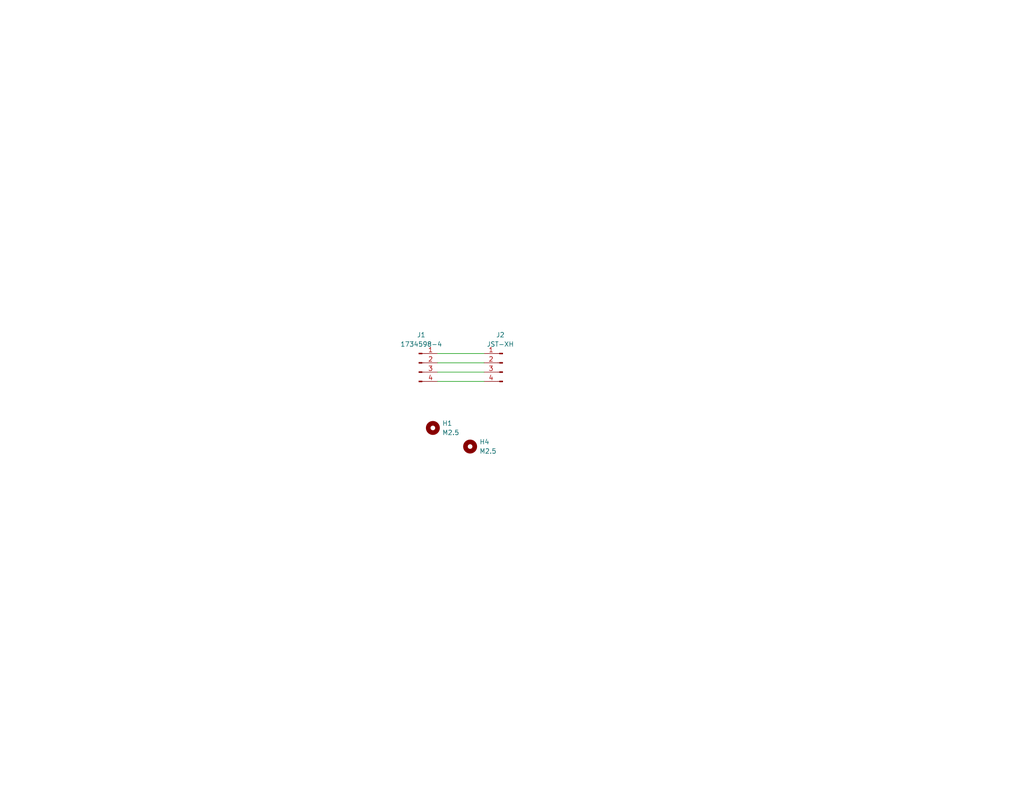
<source format=kicad_sch>
(kicad_sch (version 20230121) (generator eeschema)
  (paper "USLetter")
  (title_block (title "TE Load Cell Connector Adapter") (date "2023-10-26") (rev "v1") (company "Sun Devil Motorsports"))
  (lib_symbols
    (symbol "Connector:Conn_01x04_Pin" (pin_names (offset 1.016) hide)
      (property "Reference" "J" (at 0 5.08 0))
      (property "Value" "Conn_01x04_Pin" (at 0 -7.62 0))
      (symbol "Conn_01x04_Pin_1_1"
        (polyline (pts (xy 1.27 -5.08) (xy 0.8636 -5.08)) (stroke (width 0.1524)))
        (polyline (pts (xy 1.27 -2.54) (xy 0.8636 -2.54)) (stroke (width 0.1524)))
        (polyline (pts (xy 1.27 0) (xy 0.8636 0)) (stroke (width 0.1524)))
        (polyline (pts (xy 1.27 2.54) (xy 0.8636 2.54)) (stroke (width 0.1524)))
        (rectangle (start 0.8636 -4.953) (end 0 -5.207) (stroke (width 0.1524)) (fill (type outline)))
        (rectangle (start 0.8636 -2.413) (end 0 -2.667) (stroke (width 0.1524)) (fill (type outline)))
        (rectangle (start 0.8636 0.127) (end 0 -0.127) (stroke (width 0.1524)) (fill (type outline)))
        (rectangle (start 0.8636 2.667) (end 0 2.413) (stroke (width 0.1524)) (fill (type outline)))
        (pin passive line (at 5.08 2.54 180) (length 3.81) (name "Pin_1") (number "1"))
        (pin passive line (at 5.08 0 180) (length 3.81) (name "Pin_2") (number "2"))
        (pin passive line (at 5.08 -2.54 180) (length 3.81) (name "Pin_3") (number "3"))
        (pin passive line (at 5.08 -5.08 180) (length 3.81) (name "Pin_4") (number "4"))
      )
    )
    (symbol "Mechanical:MountingHole" (pin_names (offset 1.016))
      (property "Reference" "H" (at 0 5.08 0))
      (property "Value" "MountingHole" (at 0 3.175 0))
      (symbol "MountingHole_0_1"
        (circle (center 0 0) (radius 1.27) (stroke (width 1.27)))
      )
    )
  )
  (wire (pts (xy 119.38 101.6) (xy 132.08 101.6)))
  (wire (pts (xy 119.38 104.14) (xy 132.08 104.14)))
  (wire (pts (xy 119.38 99.06) (xy 132.08 99.06)))
  (wire (pts (xy 119.38 96.52) (xy 132.08 96.52)))
  (symbol (lib_id "Connector:Conn_01x04_Pin") (at 137.16 99.06 0) (mirror y) (unit 1)
    (property "Reference" "J2" (at 136.525 91.44 0))
    (property "Value" "JST-XH" (at 136.525 93.98 0))
    (property "Footprint" "Connector_JST:JST_XH_B4B-XH-AM_1x04_P2.50mm_Vertical" (effects hide))
  )
  (symbol (lib_id "Mechanical:MountingHole") (at 128.27 121.92 0) (unit 1)
    (property "Reference" "H4" (at 130.81 120.65 0) (effects (justify left)))
    (property "Value" "M2.5" (at 130.81 123.19 0) (effects (justify left)))
    (property "Footprint" "MountingHole:MountingHole_3.2mm_M3" (effects hide))
  )
  (symbol (lib_id "Mechanical:MountingHole") (at 118.11 116.84 0) (unit 1)
    (property "Reference" "H1" (at 120.65 115.57 0) (effects (justify left)))
    (property "Value" "M2.5" (at 120.65 118.11 0) (effects (justify left)))
    (property "Footprint" "MountingHole:MountingHole_3.2mm_M3" (effects hide))
  )
  (symbol (lib_id "Connector:Conn_01x04_Pin") (at 114.3 99.06 0) (unit 1)
    (property "Reference" "J1" (at 114.935 91.44 0))
    (property "Value" "1734598-4" (at 114.935 93.98 0))
    (property "Footprint" "teconn:CONN4_1734598-4" (effects hide))
  )
)
</source>
